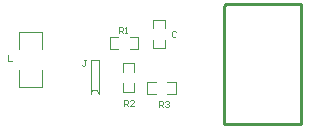
<source format=gto>
%FSLAX25Y25*%
%MOIN*%
G70*
G01*
G75*
%ADD10R,0.06000X0.05000*%
%ADD11O,0.03937X0.01693*%
%ADD12R,0.11811X0.05906*%
%ADD13R,0.11811X0.03937*%
%ADD14R,0.03150X0.02362*%
%ADD15R,0.02362X0.03150*%
%ADD16C,0.01000*%
%ADD17C,0.03937*%
%ADD18C,0.23622*%
%ADD19C,0.00394*%
%ADD20C,0.00300*%
D16*
X92520Y23701D02*
X118020D01*
X92520D02*
Y63201D01*
X93020Y63701D01*
X118020D01*
Y23701D02*
Y63701D01*
D19*
X50732Y33957D02*
G03*
X48205Y33957I-1264J0D01*
G01*
X48181D02*
Y45177D01*
X50756D01*
Y33957D02*
Y45177D01*
X20472Y46850D02*
Y44882D01*
X21784D01*
X46461Y45295D02*
X45806D01*
X46134D01*
Y43655D01*
X45806Y43327D01*
X45478D01*
X45150Y43655D01*
X57480Y54331D02*
Y56299D01*
X58464D01*
X58792Y55971D01*
Y55315D01*
X58464Y54987D01*
X57480D01*
X58136D02*
X58792Y54331D01*
X59448D02*
X60104D01*
X59776D01*
Y56299D01*
X59448Y55971D01*
X76509Y54396D02*
X76181Y54724D01*
X75525D01*
X75197Y54396D01*
Y53084D01*
X75525Y52756D01*
X76181D01*
X76509Y53084D01*
X59055Y29921D02*
Y31889D01*
X60039D01*
X60367Y31561D01*
Y30905D01*
X60039Y30577D01*
X59055D01*
X59711D02*
X60367Y29921D01*
X62335D02*
X61023D01*
X62335Y31233D01*
Y31561D01*
X62007Y31889D01*
X61351D01*
X61023Y31561D01*
X70866Y29528D02*
Y31495D01*
X71850D01*
X72178Y31168D01*
Y30512D01*
X71850Y30184D01*
X70866D01*
X71522D02*
X72178Y29528D01*
X72834Y31168D02*
X73162Y31495D01*
X73818D01*
X74146Y31168D01*
Y30839D01*
X73818Y30512D01*
X73490D01*
X73818D01*
X74146Y30184D01*
Y29855D01*
X73818Y29528D01*
X73162D01*
X72834Y29855D01*
D20*
X31653Y48870D02*
Y54670D01*
X24253Y36070D02*
X31653D01*
Y41870D01*
X24253Y54670D02*
X31653D01*
X24253Y48870D02*
Y54670D01*
Y36070D02*
Y41870D01*
X72835Y55905D02*
Y58661D01*
X68898Y55905D02*
Y58661D01*
X72835D01*
X68898Y49213D02*
X72835D01*
Y51968D01*
X68898Y49213D02*
Y51968D01*
X62598Y41339D02*
Y44094D01*
X58661Y41339D02*
Y44094D01*
X62598D01*
X58661Y34646D02*
X62598D01*
Y37402D01*
X58661Y34646D02*
Y37402D01*
X73622Y33976D02*
X76378D01*
X73622Y37913D02*
X76378D01*
Y33976D02*
Y37913D01*
X66929Y33976D02*
Y37913D01*
Y33976D02*
X69685D01*
X66929Y37913D02*
X69685D01*
X54331Y52756D02*
X57087D01*
X54331Y48819D02*
X57087D01*
X54331D02*
Y52756D01*
X63779Y48819D02*
Y52756D01*
X61024D02*
X63779D01*
X61024Y48819D02*
X63779D01*
M02*

</source>
